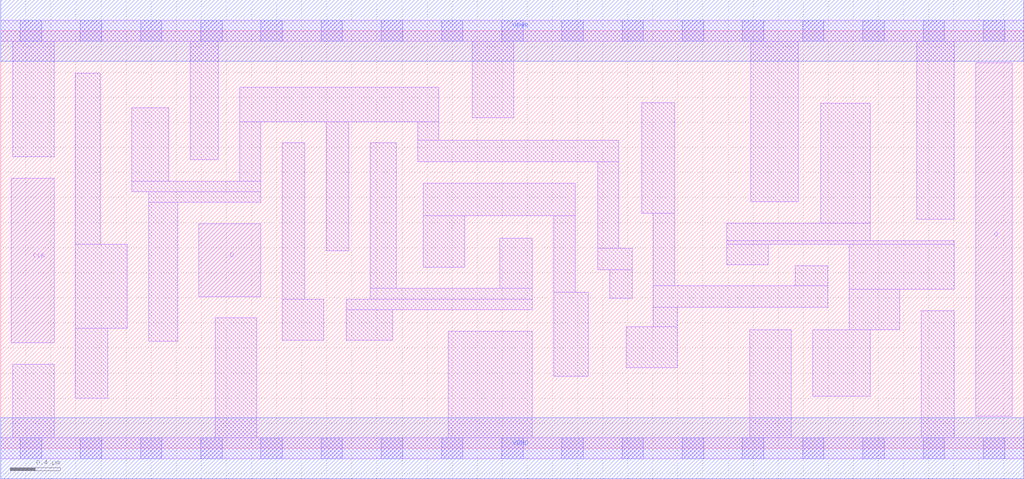
<source format=lef>
# Copyright 2020 The SkyWater PDK Authors
#
# Licensed under the Apache License, Version 2.0 (the "License");
# you may not use this file except in compliance with the License.
# You may obtain a copy of the License at
#
#     https://www.apache.org/licenses/LICENSE-2.0
#
# Unless required by applicable law or agreed to in writing, software
# distributed under the License is distributed on an "AS IS" BASIS,
# WITHOUT WARRANTIES OR CONDITIONS OF ANY KIND, either express or implied.
# See the License for the specific language governing permissions and
# limitations under the License.
#
# SPDX-License-Identifier: Apache-2.0

VERSION 5.7 ;
  NAMESCASESENSITIVE ON ;
  NOWIREEXTENSIONATPIN ON ;
  DIVIDERCHAR "/" ;
  BUSBITCHARS "[]" ;
UNITS
  DATABASE MICRONS 200 ;
END UNITS
MACRO sky130_fd_sc_lp__dfxtp_1
  CLASS CORE ;
  FOREIGN sky130_fd_sc_lp__dfxtp_1 ;
  ORIGIN  0.000000  0.000000 ;
  SIZE  8.160000 BY  3.330000 ;
  SYMMETRY X Y R90 ;
  SITE unit ;
  PIN D
    ANTENNAGATEAREA  0.126000 ;
    DIRECTION INPUT ;
    USE SIGNAL ;
    PORT
      LAYER li1 ;
        RECT 1.580000 1.210000 2.075000 1.790000 ;
    END
  END D
  PIN Q
    ANTENNADIFFAREA  0.556500 ;
    DIRECTION OUTPUT ;
    USE SIGNAL ;
    PORT
      LAYER li1 ;
        RECT 7.775000 0.255000 8.065000 3.075000 ;
    END
  END Q
  PIN CLK
    ANTENNAGATEAREA  0.159000 ;
    DIRECTION INPUT ;
    USE CLOCK ;
    PORT
      LAYER li1 ;
        RECT 0.085000 0.840000 0.425000 2.155000 ;
    END
  END CLK
  PIN VGND
    DIRECTION INOUT ;
    USE GROUND ;
    PORT
      LAYER met1 ;
        RECT 0.000000 -0.245000 8.160000 0.245000 ;
    END
  END VGND
  PIN VPWR
    DIRECTION INOUT ;
    USE POWER ;
    PORT
      LAYER met1 ;
        RECT 0.000000 3.085000 8.160000 3.575000 ;
    END
  END VPWR
  OBS
    LAYER li1 ;
      RECT 0.000000 -0.085000 8.160000 0.085000 ;
      RECT 0.000000  3.245000 8.160000 3.415000 ;
      RECT 0.095000  0.085000 0.425000 0.670000 ;
      RECT 0.095000  2.325000 0.425000 3.245000 ;
      RECT 0.595000  0.400000 0.855000 0.955000 ;
      RECT 0.595000  0.955000 1.010000 1.625000 ;
      RECT 0.595000  1.625000 0.795000 2.990000 ;
      RECT 1.045000  2.045000 2.075000 2.130000 ;
      RECT 1.045000  2.130000 1.340000 2.715000 ;
      RECT 1.180000  0.855000 1.410000 1.960000 ;
      RECT 1.180000  1.960000 2.075000 2.045000 ;
      RECT 1.510000  2.300000 1.735000 3.245000 ;
      RECT 1.710000  0.085000 2.040000 1.040000 ;
      RECT 1.905000  2.130000 2.075000 2.605000 ;
      RECT 1.905000  2.605000 3.495000 2.880000 ;
      RECT 2.245000  0.860000 2.575000 1.190000 ;
      RECT 2.245000  1.190000 2.425000 2.435000 ;
      RECT 2.595000  1.575000 2.775000 2.605000 ;
      RECT 2.755000  0.860000 3.125000 1.105000 ;
      RECT 2.755000  1.105000 4.240000 1.190000 ;
      RECT 2.945000  1.190000 4.240000 1.275000 ;
      RECT 2.945000  1.275000 3.155000 2.435000 ;
      RECT 3.325000  2.285000 4.930000 2.455000 ;
      RECT 3.325000  2.455000 3.495000 2.605000 ;
      RECT 3.370000  1.445000 3.700000 1.855000 ;
      RECT 3.370000  1.855000 4.580000 2.115000 ;
      RECT 3.570000  0.085000 4.240000 0.935000 ;
      RECT 3.760000  2.635000 4.090000 3.245000 ;
      RECT 3.980000  1.275000 4.240000 1.675000 ;
      RECT 4.410000  0.575000 4.685000 1.245000 ;
      RECT 4.410000  1.245000 4.580000 1.855000 ;
      RECT 4.760000  1.425000 5.035000 1.595000 ;
      RECT 4.760000  1.595000 4.930000 2.285000 ;
      RECT 4.855000  1.195000 5.035000 1.425000 ;
      RECT 4.990000  0.640000 5.395000 0.970000 ;
      RECT 5.110000  1.875000 5.375000 2.755000 ;
      RECT 5.205000  0.970000 5.395000 1.125000 ;
      RECT 5.205000  1.125000 6.595000 1.295000 ;
      RECT 5.205000  1.295000 5.375000 1.875000 ;
      RECT 5.790000  1.465000 6.120000 1.625000 ;
      RECT 5.790000  1.625000 7.605000 1.655000 ;
      RECT 5.790000  1.655000 6.935000 1.795000 ;
      RECT 5.975000  0.085000 6.305000 0.945000 ;
      RECT 5.980000  1.965000 6.360000 3.245000 ;
      RECT 6.335000  1.295000 6.595000 1.455000 ;
      RECT 6.475000  0.415000 6.935000 0.945000 ;
      RECT 6.540000  1.795000 6.935000 2.750000 ;
      RECT 6.765000  0.945000 7.170000 1.270000 ;
      RECT 6.765000  1.270000 7.605000 1.625000 ;
      RECT 7.305000  1.825000 7.605000 3.245000 ;
      RECT 7.340000  0.085000 7.605000 1.095000 ;
    LAYER mcon ;
      RECT 0.155000 -0.085000 0.325000 0.085000 ;
      RECT 0.155000  3.245000 0.325000 3.415000 ;
      RECT 0.635000 -0.085000 0.805000 0.085000 ;
      RECT 0.635000  3.245000 0.805000 3.415000 ;
      RECT 1.115000 -0.085000 1.285000 0.085000 ;
      RECT 1.115000  3.245000 1.285000 3.415000 ;
      RECT 1.595000 -0.085000 1.765000 0.085000 ;
      RECT 1.595000  3.245000 1.765000 3.415000 ;
      RECT 2.075000 -0.085000 2.245000 0.085000 ;
      RECT 2.075000  3.245000 2.245000 3.415000 ;
      RECT 2.555000 -0.085000 2.725000 0.085000 ;
      RECT 2.555000  3.245000 2.725000 3.415000 ;
      RECT 3.035000 -0.085000 3.205000 0.085000 ;
      RECT 3.035000  3.245000 3.205000 3.415000 ;
      RECT 3.515000 -0.085000 3.685000 0.085000 ;
      RECT 3.515000  3.245000 3.685000 3.415000 ;
      RECT 3.995000 -0.085000 4.165000 0.085000 ;
      RECT 3.995000  3.245000 4.165000 3.415000 ;
      RECT 4.475000 -0.085000 4.645000 0.085000 ;
      RECT 4.475000  3.245000 4.645000 3.415000 ;
      RECT 4.955000 -0.085000 5.125000 0.085000 ;
      RECT 4.955000  3.245000 5.125000 3.415000 ;
      RECT 5.435000 -0.085000 5.605000 0.085000 ;
      RECT 5.435000  3.245000 5.605000 3.415000 ;
      RECT 5.915000 -0.085000 6.085000 0.085000 ;
      RECT 5.915000  3.245000 6.085000 3.415000 ;
      RECT 6.395000 -0.085000 6.565000 0.085000 ;
      RECT 6.395000  3.245000 6.565000 3.415000 ;
      RECT 6.875000 -0.085000 7.045000 0.085000 ;
      RECT 6.875000  3.245000 7.045000 3.415000 ;
      RECT 7.355000 -0.085000 7.525000 0.085000 ;
      RECT 7.355000  3.245000 7.525000 3.415000 ;
      RECT 7.835000 -0.085000 8.005000 0.085000 ;
      RECT 7.835000  3.245000 8.005000 3.415000 ;
  END
END sky130_fd_sc_lp__dfxtp_1
END LIBRARY

</source>
